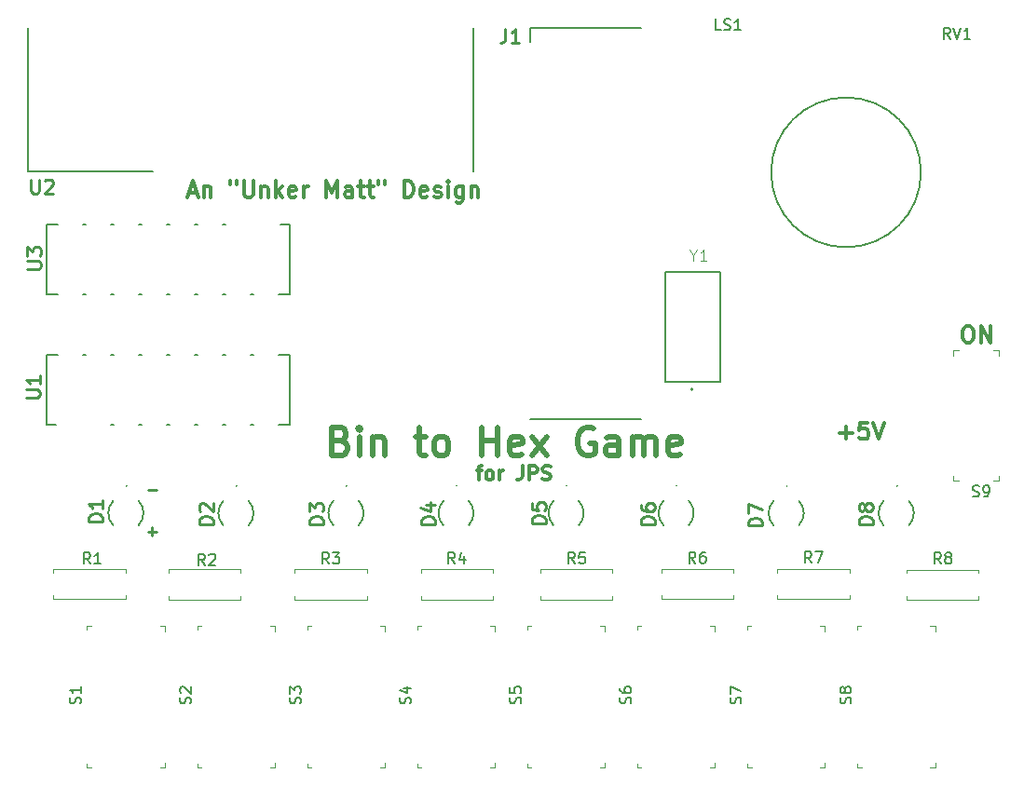
<source format=gbr>
G04 #@! TF.GenerationSoftware,KiCad,Pcbnew,(5.0.2)-1*
G04 #@! TF.CreationDate,2019-11-03T18:05:40-05:00*
G04 #@! TF.ProjectId,bin2hex,62696e32-6865-4782-9e6b-696361645f70,v01*
G04 #@! TF.SameCoordinates,Original*
G04 #@! TF.FileFunction,Legend,Top*
G04 #@! TF.FilePolarity,Positive*
%FSLAX46Y46*%
G04 Gerber Fmt 4.6, Leading zero omitted, Abs format (unit mm)*
G04 Created by KiCad (PCBNEW (5.0.2)-1) date 11/3/2019 6:05:40 PM*
%MOMM*%
%LPD*%
G01*
G04 APERTURE LIST*
%ADD10C,0.300000*%
%ADD11C,0.317500*%
%ADD12C,0.508000*%
%ADD13C,0.250000*%
%ADD14C,0.200000*%
%ADD15C,0.100000*%
%ADD16C,0.120000*%
%ADD17C,0.152400*%
%ADD18C,0.127000*%
%ADD19C,0.150000*%
%ADD20C,0.254000*%
%ADD21C,0.050000*%
G04 APERTURE END LIST*
D10*
X115726428Y-87372000D02*
X116440714Y-87372000D01*
X115583571Y-87800571D02*
X116083571Y-86300571D01*
X116583571Y-87800571D01*
X117083571Y-86800571D02*
X117083571Y-87800571D01*
X117083571Y-86943428D02*
X117155000Y-86872000D01*
X117297857Y-86800571D01*
X117512142Y-86800571D01*
X117655000Y-86872000D01*
X117726428Y-87014857D01*
X117726428Y-87800571D01*
X119512142Y-86300571D02*
X119512142Y-86586285D01*
X120083571Y-86300571D02*
X120083571Y-86586285D01*
X120726428Y-86300571D02*
X120726428Y-87514857D01*
X120797857Y-87657714D01*
X120869285Y-87729142D01*
X121012142Y-87800571D01*
X121297857Y-87800571D01*
X121440714Y-87729142D01*
X121512142Y-87657714D01*
X121583571Y-87514857D01*
X121583571Y-86300571D01*
X122297857Y-86800571D02*
X122297857Y-87800571D01*
X122297857Y-86943428D02*
X122369285Y-86872000D01*
X122512142Y-86800571D01*
X122726428Y-86800571D01*
X122869285Y-86872000D01*
X122940714Y-87014857D01*
X122940714Y-87800571D01*
X123655000Y-87800571D02*
X123655000Y-86300571D01*
X123797857Y-87229142D02*
X124226428Y-87800571D01*
X124226428Y-86800571D02*
X123655000Y-87372000D01*
X125440714Y-87729142D02*
X125297857Y-87800571D01*
X125012142Y-87800571D01*
X124869285Y-87729142D01*
X124797857Y-87586285D01*
X124797857Y-87014857D01*
X124869285Y-86872000D01*
X125012142Y-86800571D01*
X125297857Y-86800571D01*
X125440714Y-86872000D01*
X125512142Y-87014857D01*
X125512142Y-87157714D01*
X124797857Y-87300571D01*
X126155000Y-87800571D02*
X126155000Y-86800571D01*
X126155000Y-87086285D02*
X126226428Y-86943428D01*
X126297857Y-86872000D01*
X126440714Y-86800571D01*
X126583571Y-86800571D01*
X128226428Y-87800571D02*
X128226428Y-86300571D01*
X128726428Y-87372000D01*
X129226428Y-86300571D01*
X129226428Y-87800571D01*
X130583571Y-87800571D02*
X130583571Y-87014857D01*
X130512142Y-86872000D01*
X130369285Y-86800571D01*
X130083571Y-86800571D01*
X129940714Y-86872000D01*
X130583571Y-87729142D02*
X130440714Y-87800571D01*
X130083571Y-87800571D01*
X129940714Y-87729142D01*
X129869285Y-87586285D01*
X129869285Y-87443428D01*
X129940714Y-87300571D01*
X130083571Y-87229142D01*
X130440714Y-87229142D01*
X130583571Y-87157714D01*
X131083571Y-86800571D02*
X131655000Y-86800571D01*
X131297857Y-86300571D02*
X131297857Y-87586285D01*
X131369285Y-87729142D01*
X131512142Y-87800571D01*
X131655000Y-87800571D01*
X131940714Y-86800571D02*
X132512142Y-86800571D01*
X132155000Y-86300571D02*
X132155000Y-87586285D01*
X132226428Y-87729142D01*
X132369285Y-87800571D01*
X132512142Y-87800571D01*
X132940714Y-86300571D02*
X132940714Y-86586285D01*
X133512142Y-86300571D02*
X133512142Y-86586285D01*
X135297857Y-87800571D02*
X135297857Y-86300571D01*
X135655000Y-86300571D01*
X135869285Y-86372000D01*
X136012142Y-86514857D01*
X136083571Y-86657714D01*
X136155000Y-86943428D01*
X136155000Y-87157714D01*
X136083571Y-87443428D01*
X136012142Y-87586285D01*
X135869285Y-87729142D01*
X135655000Y-87800571D01*
X135297857Y-87800571D01*
X137369285Y-87729142D02*
X137226428Y-87800571D01*
X136940714Y-87800571D01*
X136797857Y-87729142D01*
X136726428Y-87586285D01*
X136726428Y-87014857D01*
X136797857Y-86872000D01*
X136940714Y-86800571D01*
X137226428Y-86800571D01*
X137369285Y-86872000D01*
X137440714Y-87014857D01*
X137440714Y-87157714D01*
X136726428Y-87300571D01*
X138012142Y-87729142D02*
X138155000Y-87800571D01*
X138440714Y-87800571D01*
X138583571Y-87729142D01*
X138655000Y-87586285D01*
X138655000Y-87514857D01*
X138583571Y-87372000D01*
X138440714Y-87300571D01*
X138226428Y-87300571D01*
X138083571Y-87229142D01*
X138012142Y-87086285D01*
X138012142Y-87014857D01*
X138083571Y-86872000D01*
X138226428Y-86800571D01*
X138440714Y-86800571D01*
X138583571Y-86872000D01*
X139297857Y-87800571D02*
X139297857Y-86800571D01*
X139297857Y-86300571D02*
X139226428Y-86372000D01*
X139297857Y-86443428D01*
X139369285Y-86372000D01*
X139297857Y-86300571D01*
X139297857Y-86443428D01*
X140655000Y-86800571D02*
X140655000Y-88014857D01*
X140583571Y-88157714D01*
X140512142Y-88229142D01*
X140369285Y-88300571D01*
X140155000Y-88300571D01*
X140012142Y-88229142D01*
X140655000Y-87729142D02*
X140512142Y-87800571D01*
X140226428Y-87800571D01*
X140083571Y-87729142D01*
X140012142Y-87657714D01*
X139940714Y-87514857D01*
X139940714Y-87086285D01*
X140012142Y-86943428D01*
X140083571Y-86872000D01*
X140226428Y-86800571D01*
X140512142Y-86800571D01*
X140655000Y-86872000D01*
X141369285Y-86800571D02*
X141369285Y-87800571D01*
X141369285Y-86943428D02*
X141440714Y-86872000D01*
X141583571Y-86800571D01*
X141797857Y-86800571D01*
X141940714Y-86872000D01*
X142012142Y-87014857D01*
X142012142Y-87800571D01*
D11*
X141871095Y-112630857D02*
X142354904Y-112630857D01*
X142052523Y-113477523D02*
X142052523Y-112388952D01*
X142113000Y-112268000D01*
X142233952Y-112207523D01*
X142354904Y-112207523D01*
X142959666Y-113477523D02*
X142838714Y-113417047D01*
X142778238Y-113356571D01*
X142717761Y-113235619D01*
X142717761Y-112872761D01*
X142778238Y-112751809D01*
X142838714Y-112691333D01*
X142959666Y-112630857D01*
X143141095Y-112630857D01*
X143262047Y-112691333D01*
X143322523Y-112751809D01*
X143383000Y-112872761D01*
X143383000Y-113235619D01*
X143322523Y-113356571D01*
X143262047Y-113417047D01*
X143141095Y-113477523D01*
X142959666Y-113477523D01*
X143927285Y-113477523D02*
X143927285Y-112630857D01*
X143927285Y-112872761D02*
X143987761Y-112751809D01*
X144048238Y-112691333D01*
X144169190Y-112630857D01*
X144290142Y-112630857D01*
X146043952Y-112207523D02*
X146043952Y-113114666D01*
X145983476Y-113296095D01*
X145862523Y-113417047D01*
X145681095Y-113477523D01*
X145560142Y-113477523D01*
X146648714Y-113477523D02*
X146648714Y-112207523D01*
X147132523Y-112207523D01*
X147253476Y-112268000D01*
X147313952Y-112328476D01*
X147374428Y-112449428D01*
X147374428Y-112630857D01*
X147313952Y-112751809D01*
X147253476Y-112812285D01*
X147132523Y-112872761D01*
X146648714Y-112872761D01*
X147858238Y-113417047D02*
X148039666Y-113477523D01*
X148342047Y-113477523D01*
X148463000Y-113417047D01*
X148523476Y-113356571D01*
X148583952Y-113235619D01*
X148583952Y-113114666D01*
X148523476Y-112993714D01*
X148463000Y-112933238D01*
X148342047Y-112872761D01*
X148100142Y-112812285D01*
X147979190Y-112751809D01*
X147918714Y-112691333D01*
X147858238Y-112570380D01*
X147858238Y-112449428D01*
X147918714Y-112328476D01*
X147979190Y-112268000D01*
X148100142Y-112207523D01*
X148402523Y-112207523D01*
X148583952Y-112268000D01*
D12*
X129527904Y-109927571D02*
X129890761Y-110048523D01*
X130011714Y-110169476D01*
X130132666Y-110411380D01*
X130132666Y-110774238D01*
X130011714Y-111016142D01*
X129890761Y-111137095D01*
X129648857Y-111258047D01*
X128681238Y-111258047D01*
X128681238Y-108718047D01*
X129527904Y-108718047D01*
X129769809Y-108839000D01*
X129890761Y-108959952D01*
X130011714Y-109201857D01*
X130011714Y-109443761D01*
X129890761Y-109685666D01*
X129769809Y-109806619D01*
X129527904Y-109927571D01*
X128681238Y-109927571D01*
X131221238Y-111258047D02*
X131221238Y-109564714D01*
X131221238Y-108718047D02*
X131100285Y-108839000D01*
X131221238Y-108959952D01*
X131342190Y-108839000D01*
X131221238Y-108718047D01*
X131221238Y-108959952D01*
X132430761Y-109564714D02*
X132430761Y-111258047D01*
X132430761Y-109806619D02*
X132551714Y-109685666D01*
X132793619Y-109564714D01*
X133156476Y-109564714D01*
X133398380Y-109685666D01*
X133519333Y-109927571D01*
X133519333Y-111258047D01*
X136301238Y-109564714D02*
X137268857Y-109564714D01*
X136664095Y-108718047D02*
X136664095Y-110895190D01*
X136785047Y-111137095D01*
X137026952Y-111258047D01*
X137268857Y-111258047D01*
X138478380Y-111258047D02*
X138236476Y-111137095D01*
X138115523Y-111016142D01*
X137994571Y-110774238D01*
X137994571Y-110048523D01*
X138115523Y-109806619D01*
X138236476Y-109685666D01*
X138478380Y-109564714D01*
X138841238Y-109564714D01*
X139083142Y-109685666D01*
X139204095Y-109806619D01*
X139325047Y-110048523D01*
X139325047Y-110774238D01*
X139204095Y-111016142D01*
X139083142Y-111137095D01*
X138841238Y-111258047D01*
X138478380Y-111258047D01*
X142348857Y-111258047D02*
X142348857Y-108718047D01*
X142348857Y-109927571D02*
X143800285Y-109927571D01*
X143800285Y-111258047D02*
X143800285Y-108718047D01*
X145977428Y-111137095D02*
X145735523Y-111258047D01*
X145251714Y-111258047D01*
X145009809Y-111137095D01*
X144888857Y-110895190D01*
X144888857Y-109927571D01*
X145009809Y-109685666D01*
X145251714Y-109564714D01*
X145735523Y-109564714D01*
X145977428Y-109685666D01*
X146098380Y-109927571D01*
X146098380Y-110169476D01*
X144888857Y-110411380D01*
X146945047Y-111258047D02*
X148275523Y-109564714D01*
X146945047Y-109564714D02*
X148275523Y-111258047D01*
X152508857Y-108839000D02*
X152266952Y-108718047D01*
X151904095Y-108718047D01*
X151541238Y-108839000D01*
X151299333Y-109080904D01*
X151178380Y-109322809D01*
X151057428Y-109806619D01*
X151057428Y-110169476D01*
X151178380Y-110653285D01*
X151299333Y-110895190D01*
X151541238Y-111137095D01*
X151904095Y-111258047D01*
X152146000Y-111258047D01*
X152508857Y-111137095D01*
X152629809Y-111016142D01*
X152629809Y-110169476D01*
X152146000Y-110169476D01*
X154806952Y-111258047D02*
X154806952Y-109927571D01*
X154686000Y-109685666D01*
X154444095Y-109564714D01*
X153960285Y-109564714D01*
X153718380Y-109685666D01*
X154806952Y-111137095D02*
X154565047Y-111258047D01*
X153960285Y-111258047D01*
X153718380Y-111137095D01*
X153597428Y-110895190D01*
X153597428Y-110653285D01*
X153718380Y-110411380D01*
X153960285Y-110290428D01*
X154565047Y-110290428D01*
X154806952Y-110169476D01*
X156016476Y-111258047D02*
X156016476Y-109564714D01*
X156016476Y-109806619D02*
X156137428Y-109685666D01*
X156379333Y-109564714D01*
X156742190Y-109564714D01*
X156984095Y-109685666D01*
X157105047Y-109927571D01*
X157105047Y-111258047D01*
X157105047Y-109927571D02*
X157226000Y-109685666D01*
X157467904Y-109564714D01*
X157830761Y-109564714D01*
X158072666Y-109685666D01*
X158193619Y-109927571D01*
X158193619Y-111258047D01*
X160370761Y-111137095D02*
X160128857Y-111258047D01*
X159645047Y-111258047D01*
X159403142Y-111137095D01*
X159282190Y-110895190D01*
X159282190Y-109927571D01*
X159403142Y-109685666D01*
X159645047Y-109564714D01*
X160128857Y-109564714D01*
X160370761Y-109685666D01*
X160491714Y-109927571D01*
X160491714Y-110169476D01*
X159282190Y-110411380D01*
D13*
X112014047Y-114371428D02*
X112775952Y-114371428D01*
X112014047Y-118181428D02*
X112775952Y-118181428D01*
X112395000Y-118562380D02*
X112395000Y-117800476D01*
D10*
X174855428Y-109200142D02*
X175998285Y-109200142D01*
X175426857Y-109771571D02*
X175426857Y-108628714D01*
X177426857Y-108271571D02*
X176712571Y-108271571D01*
X176641142Y-108985857D01*
X176712571Y-108914428D01*
X176855428Y-108843000D01*
X177212571Y-108843000D01*
X177355428Y-108914428D01*
X177426857Y-108985857D01*
X177498285Y-109128714D01*
X177498285Y-109485857D01*
X177426857Y-109628714D01*
X177355428Y-109700142D01*
X177212571Y-109771571D01*
X176855428Y-109771571D01*
X176712571Y-109700142D01*
X176641142Y-109628714D01*
X177926857Y-108271571D02*
X178426857Y-109771571D01*
X178926857Y-108271571D01*
X186396428Y-99508571D02*
X186682142Y-99508571D01*
X186825000Y-99580000D01*
X186967857Y-99722857D01*
X187039285Y-100008571D01*
X187039285Y-100508571D01*
X186967857Y-100794285D01*
X186825000Y-100937142D01*
X186682142Y-101008571D01*
X186396428Y-101008571D01*
X186253571Y-100937142D01*
X186110714Y-100794285D01*
X186039285Y-100508571D01*
X186039285Y-100008571D01*
X186110714Y-99722857D01*
X186253571Y-99580000D01*
X186396428Y-99508571D01*
X187682142Y-101008571D02*
X187682142Y-99508571D01*
X188539285Y-101008571D01*
X188539285Y-99508571D01*
D14*
X182247443Y-85526400D02*
G75*
G03X182247443Y-85526400I-6809643J0D01*
G01*
D15*
G04 #@! TO.C,S9*
X185148800Y-113583000D02*
X185148800Y-113083000D01*
X185148800Y-113583000D02*
X185648800Y-113583000D01*
X185148800Y-101683000D02*
X185148800Y-102183000D01*
X185148800Y-101683000D02*
X185648800Y-101683000D01*
X189348800Y-101683000D02*
X189348800Y-102183000D01*
X189348800Y-101683000D02*
X188848800Y-101683000D01*
X189348800Y-113583000D02*
X188848800Y-113583000D01*
X189348800Y-113583000D02*
X189348800Y-113083000D01*
D14*
G04 #@! TO.C,U2*
X141550800Y-85468200D02*
X141550800Y-72418200D01*
X101120800Y-72418200D02*
X101120800Y-85468200D01*
X101120800Y-85468200D02*
X112445800Y-85468200D01*
D15*
G04 #@! TO.C,S8*
X176475000Y-126748400D02*
X176825000Y-126748400D01*
X176475000Y-127123400D02*
X176475000Y-126748400D01*
X176475000Y-139648400D02*
X176475000Y-139248400D01*
X176475000Y-139648400D02*
X176850000Y-139648400D01*
X183525000Y-139648400D02*
X183100000Y-139648400D01*
X183525000Y-139648400D02*
X183525000Y-139198400D01*
X183525000Y-126773400D02*
X183525000Y-127223400D01*
X183525000Y-126748400D02*
X183100000Y-126748400D01*
G04 #@! TO.C,S2*
X116475000Y-126748400D02*
X116825000Y-126748400D01*
X116475000Y-127123400D02*
X116475000Y-126748400D01*
X116475000Y-139648400D02*
X116475000Y-139248400D01*
X116475000Y-139648400D02*
X116850000Y-139648400D01*
X123525000Y-139648400D02*
X123100000Y-139648400D01*
X123525000Y-139648400D02*
X123525000Y-139198400D01*
X123525000Y-126773400D02*
X123525000Y-127223400D01*
X123525000Y-126748400D02*
X123100000Y-126748400D01*
D14*
G04 #@! TO.C,D1*
X108850053Y-115387515D02*
G75*
G03X108850000Y-117612430I1149947J-1112485D01*
G01*
X111149947Y-117612485D02*
G75*
G03X111150000Y-115387570I-1149947J1112485D01*
G01*
X110063000Y-114015000D02*
G75*
G03X110063000Y-114015000I-26000J0D01*
G01*
G04 #@! TO.C,D2*
X120063000Y-114015000D02*
G75*
G03X120063000Y-114015000I-26000J0D01*
G01*
X121149947Y-117612485D02*
G75*
G03X121150000Y-115387570I-1149947J1112485D01*
G01*
X118850053Y-115387515D02*
G75*
G03X118850000Y-117612430I1149947J-1112485D01*
G01*
G04 #@! TO.C,D3*
X128850053Y-115387515D02*
G75*
G03X128850000Y-117612430I1149947J-1112485D01*
G01*
X131149947Y-117612485D02*
G75*
G03X131150000Y-115387570I-1149947J1112485D01*
G01*
X130063000Y-114015000D02*
G75*
G03X130063000Y-114015000I-26000J0D01*
G01*
G04 #@! TO.C,D4*
X140063000Y-114015000D02*
G75*
G03X140063000Y-114015000I-26000J0D01*
G01*
X141149947Y-117612485D02*
G75*
G03X141150000Y-115387570I-1149947J1112485D01*
G01*
X138850053Y-115387515D02*
G75*
G03X138850000Y-117612430I1149947J-1112485D01*
G01*
G04 #@! TO.C,D5*
X148850053Y-115387515D02*
G75*
G03X148850000Y-117612430I1149947J-1112485D01*
G01*
X151149947Y-117612485D02*
G75*
G03X151150000Y-115387570I-1149947J1112485D01*
G01*
X150063000Y-114015000D02*
G75*
G03X150063000Y-114015000I-26000J0D01*
G01*
G04 #@! TO.C,D6*
X160063000Y-114015000D02*
G75*
G03X160063000Y-114015000I-26000J0D01*
G01*
X161149947Y-117612485D02*
G75*
G03X161150000Y-115387570I-1149947J1112485D01*
G01*
X158850053Y-115387515D02*
G75*
G03X158850000Y-117612430I1149947J-1112485D01*
G01*
G04 #@! TO.C,D7*
X168850053Y-115387515D02*
G75*
G03X168850000Y-117612430I1149947J-1112485D01*
G01*
X171149947Y-117612485D02*
G75*
G03X171150000Y-115387570I-1149947J1112485D01*
G01*
X170063000Y-114015000D02*
G75*
G03X170063000Y-114015000I-26000J0D01*
G01*
G04 #@! TO.C,D8*
X180063000Y-114015000D02*
G75*
G03X180063000Y-114015000I-26000J0D01*
G01*
X181149947Y-117612485D02*
G75*
G03X181150000Y-115387570I-1149947J1112485D01*
G01*
X178850053Y-115387515D02*
G75*
G03X178850000Y-117612430I1149947J-1112485D01*
G01*
D16*
G04 #@! TO.C,R1*
X103410000Y-121566000D02*
X103410000Y-121896000D01*
X109950000Y-121566000D02*
X103410000Y-121566000D01*
X109950000Y-121896000D02*
X109950000Y-121566000D01*
X103410000Y-124306000D02*
X103410000Y-123976000D01*
X109950000Y-124306000D02*
X103410000Y-124306000D01*
X109950000Y-123976000D02*
X109950000Y-124306000D01*
G04 #@! TO.C,R2*
X120414800Y-124026800D02*
X120414800Y-124356800D01*
X120414800Y-124356800D02*
X113874800Y-124356800D01*
X113874800Y-124356800D02*
X113874800Y-124026800D01*
X120414800Y-121946800D02*
X120414800Y-121616800D01*
X120414800Y-121616800D02*
X113874800Y-121616800D01*
X113874800Y-121616800D02*
X113874800Y-121946800D01*
G04 #@! TO.C,R3*
X131895600Y-124356800D02*
X131895600Y-124026800D01*
X125355600Y-124356800D02*
X131895600Y-124356800D01*
X125355600Y-124026800D02*
X125355600Y-124356800D01*
X131895600Y-121616800D02*
X131895600Y-121946800D01*
X125355600Y-121616800D02*
X131895600Y-121616800D01*
X125355600Y-121946800D02*
X125355600Y-121616800D01*
G04 #@! TO.C,R4*
X136790000Y-121960000D02*
X136790000Y-121630000D01*
X136790000Y-121630000D02*
X143330000Y-121630000D01*
X143330000Y-121630000D02*
X143330000Y-121960000D01*
X136790000Y-124040000D02*
X136790000Y-124370000D01*
X136790000Y-124370000D02*
X143330000Y-124370000D01*
X143330000Y-124370000D02*
X143330000Y-124040000D01*
G04 #@! TO.C,R5*
X154222200Y-124370000D02*
X154222200Y-124040000D01*
X147682200Y-124370000D02*
X154222200Y-124370000D01*
X147682200Y-124040000D02*
X147682200Y-124370000D01*
X154222200Y-121630000D02*
X154222200Y-121960000D01*
X147682200Y-121630000D02*
X154222200Y-121630000D01*
X147682200Y-121960000D02*
X147682200Y-121630000D01*
G04 #@! TO.C,R6*
X158655000Y-121921400D02*
X158655000Y-121591400D01*
X158655000Y-121591400D02*
X165195000Y-121591400D01*
X165195000Y-121591400D02*
X165195000Y-121921400D01*
X158655000Y-124001400D02*
X158655000Y-124331400D01*
X158655000Y-124331400D02*
X165195000Y-124331400D01*
X165195000Y-124331400D02*
X165195000Y-124001400D01*
G04 #@! TO.C,R7*
X169196000Y-121896000D02*
X169196000Y-121566000D01*
X169196000Y-121566000D02*
X175736000Y-121566000D01*
X175736000Y-121566000D02*
X175736000Y-121896000D01*
X169196000Y-123976000D02*
X169196000Y-124306000D01*
X169196000Y-124306000D02*
X175736000Y-124306000D01*
X175736000Y-124306000D02*
X175736000Y-123976000D01*
G04 #@! TO.C,R8*
X187496200Y-124382200D02*
X187496200Y-124052200D01*
X180956200Y-124382200D02*
X187496200Y-124382200D01*
X180956200Y-124052200D02*
X180956200Y-124382200D01*
X187496200Y-121642200D02*
X187496200Y-121972200D01*
X180956200Y-121642200D02*
X187496200Y-121642200D01*
X180956200Y-121972200D02*
X180956200Y-121642200D01*
D15*
G04 #@! TO.C,S1*
X113525000Y-126748400D02*
X113100000Y-126748400D01*
X113525000Y-126773400D02*
X113525000Y-127223400D01*
X113525000Y-139648400D02*
X113525000Y-139198400D01*
X113525000Y-139648400D02*
X113100000Y-139648400D01*
X106475000Y-139648400D02*
X106850000Y-139648400D01*
X106475000Y-139648400D02*
X106475000Y-139248400D01*
X106475000Y-127123400D02*
X106475000Y-126748400D01*
X106475000Y-126748400D02*
X106825000Y-126748400D01*
G04 #@! TO.C,S3*
X126475000Y-126748400D02*
X126825000Y-126748400D01*
X126475000Y-127123400D02*
X126475000Y-126748400D01*
X126475000Y-139648400D02*
X126475000Y-139248400D01*
X126475000Y-139648400D02*
X126850000Y-139648400D01*
X133525000Y-139648400D02*
X133100000Y-139648400D01*
X133525000Y-139648400D02*
X133525000Y-139198400D01*
X133525000Y-126773400D02*
X133525000Y-127223400D01*
X133525000Y-126748400D02*
X133100000Y-126748400D01*
G04 #@! TO.C,S4*
X143525000Y-126748400D02*
X143100000Y-126748400D01*
X143525000Y-126773400D02*
X143525000Y-127223400D01*
X143525000Y-139648400D02*
X143525000Y-139198400D01*
X143525000Y-139648400D02*
X143100000Y-139648400D01*
X136475000Y-139648400D02*
X136850000Y-139648400D01*
X136475000Y-139648400D02*
X136475000Y-139248400D01*
X136475000Y-127123400D02*
X136475000Y-126748400D01*
X136475000Y-126748400D02*
X136825000Y-126748400D01*
G04 #@! TO.C,S5*
X153525000Y-126748400D02*
X153100000Y-126748400D01*
X153525000Y-126773400D02*
X153525000Y-127223400D01*
X153525000Y-139648400D02*
X153525000Y-139198400D01*
X153525000Y-139648400D02*
X153100000Y-139648400D01*
X146475000Y-139648400D02*
X146850000Y-139648400D01*
X146475000Y-139648400D02*
X146475000Y-139248400D01*
X146475000Y-127123400D02*
X146475000Y-126748400D01*
X146475000Y-126748400D02*
X146825000Y-126748400D01*
G04 #@! TO.C,S6*
X156475000Y-126748400D02*
X156825000Y-126748400D01*
X156475000Y-127123400D02*
X156475000Y-126748400D01*
X156475000Y-139648400D02*
X156475000Y-139248400D01*
X156475000Y-139648400D02*
X156850000Y-139648400D01*
X163525000Y-139648400D02*
X163100000Y-139648400D01*
X163525000Y-139648400D02*
X163525000Y-139198400D01*
X163525000Y-126773400D02*
X163525000Y-127223400D01*
X163525000Y-126748400D02*
X163100000Y-126748400D01*
G04 #@! TO.C,S7*
X173525000Y-126748400D02*
X173100000Y-126748400D01*
X173525000Y-126773400D02*
X173525000Y-127223400D01*
X173525000Y-139648400D02*
X173525000Y-139198400D01*
X173525000Y-139648400D02*
X173100000Y-139648400D01*
X166475000Y-139648400D02*
X166850000Y-139648400D01*
X166475000Y-139648400D02*
X166475000Y-139248400D01*
X166475000Y-127123400D02*
X166475000Y-126748400D01*
X166475000Y-126748400D02*
X166825000Y-126748400D01*
D17*
G04 #@! TO.C,U1*
X103784400Y-102133400D02*
X102768400Y-102133400D01*
X106324400Y-102133400D02*
X106070400Y-102133400D01*
X108864400Y-102133400D02*
X108610400Y-102133400D01*
X111404400Y-102133400D02*
X111150400Y-102133400D01*
X113944400Y-102133400D02*
X113690400Y-102133400D01*
X124866400Y-108483400D02*
X124866400Y-102133400D01*
X124866400Y-102133400D02*
X123850400Y-102133400D01*
X102768400Y-102133400D02*
X102768400Y-105003600D01*
X102768400Y-105003600D02*
X102768400Y-105613200D01*
X102768400Y-105613200D02*
X102768400Y-108483400D01*
X102768400Y-108483400D02*
X103606600Y-108483400D01*
X108610400Y-108483400D02*
X108864400Y-108483400D01*
X111150400Y-108483400D02*
X111404400Y-108483400D01*
X113690400Y-108483400D02*
X113944400Y-108483400D01*
X116230400Y-108483400D02*
X116484400Y-108483400D01*
X118770400Y-108483400D02*
X119024400Y-108483400D01*
X121310400Y-108483400D02*
X121564400Y-108483400D01*
X123850400Y-108483400D02*
X124866400Y-108483400D01*
X121564400Y-102133400D02*
X121310400Y-102133400D01*
X119024400Y-102133400D02*
X118770400Y-102133400D01*
X116484400Y-102133400D02*
X116230400Y-102133400D01*
G04 #@! TO.C,U3*
X111150400Y-96647000D02*
X111404400Y-96647000D01*
X108610400Y-96647000D02*
X108864400Y-96647000D01*
X106070400Y-96647000D02*
X106324400Y-96647000D01*
X103784400Y-90297000D02*
X102768400Y-90297000D01*
X106324400Y-90297000D02*
X106070400Y-90297000D01*
X108864400Y-90297000D02*
X108610400Y-90297000D01*
X111404400Y-90297000D02*
X111150400Y-90297000D01*
X113944400Y-90297000D02*
X113690400Y-90297000D01*
X116484400Y-90297000D02*
X116230400Y-90297000D01*
X119024400Y-90297000D02*
X118770400Y-90297000D01*
X124866400Y-90297000D02*
X124028200Y-90297000D01*
X124866400Y-93167200D02*
X124866400Y-90297000D01*
X124866400Y-93776800D02*
X124866400Y-93167200D01*
X124866400Y-96647000D02*
X124866400Y-93776800D01*
X102768400Y-96647000D02*
X103784400Y-96647000D01*
X102768400Y-90297000D02*
X102768400Y-96647000D01*
X113690400Y-96647000D02*
X113944400Y-96647000D01*
X116230400Y-96647000D02*
X116484400Y-96647000D01*
X118770400Y-96647000D02*
X119024400Y-96647000D01*
X121310400Y-96647000D02*
X121564400Y-96647000D01*
X123850400Y-96647000D02*
X124866400Y-96647000D01*
D18*
G04 #@! TO.C,Y1*
X159018600Y-104568000D02*
X159018600Y-94568000D01*
X159018600Y-94568000D02*
X164018600Y-94568000D01*
X164018600Y-94568000D02*
X164018600Y-104568000D01*
X164018600Y-104568000D02*
X159018600Y-104568000D01*
D14*
X161518600Y-105249000D02*
G75*
G03X161518600Y-105249000I-100000J0D01*
G01*
G04 #@! TO.C,J1*
X146715000Y-107920000D02*
X156815000Y-107920000D01*
X156815000Y-72420000D02*
X146715000Y-72420000D01*
X146715000Y-72420000D02*
X146715000Y-73660000D01*
G04 #@! TO.C,S9*
D19*
X186944095Y-114958761D02*
X187086952Y-115006380D01*
X187325047Y-115006380D01*
X187420285Y-114958761D01*
X187467904Y-114911142D01*
X187515523Y-114815904D01*
X187515523Y-114720666D01*
X187467904Y-114625428D01*
X187420285Y-114577809D01*
X187325047Y-114530190D01*
X187134571Y-114482571D01*
X187039333Y-114434952D01*
X186991714Y-114387333D01*
X186944095Y-114292095D01*
X186944095Y-114196857D01*
X186991714Y-114101619D01*
X187039333Y-114054000D01*
X187134571Y-114006380D01*
X187372666Y-114006380D01*
X187515523Y-114054000D01*
X187991714Y-115006380D02*
X188182190Y-115006380D01*
X188277428Y-114958761D01*
X188325047Y-114911142D01*
X188420285Y-114768285D01*
X188467904Y-114577809D01*
X188467904Y-114196857D01*
X188420285Y-114101619D01*
X188372666Y-114054000D01*
X188277428Y-114006380D01*
X188086952Y-114006380D01*
X187991714Y-114054000D01*
X187944095Y-114101619D01*
X187896476Y-114196857D01*
X187896476Y-114434952D01*
X187944095Y-114530190D01*
X187991714Y-114577809D01*
X188086952Y-114625428D01*
X188277428Y-114625428D01*
X188372666Y-114577809D01*
X188420285Y-114530190D01*
X188467904Y-114434952D01*
G04 #@! TO.C,U2*
D20*
X101394380Y-86172523D02*
X101394380Y-87200619D01*
X101454857Y-87321571D01*
X101515333Y-87382047D01*
X101636285Y-87442523D01*
X101878190Y-87442523D01*
X101999142Y-87382047D01*
X102059619Y-87321571D01*
X102120095Y-87200619D01*
X102120095Y-86172523D01*
X102664380Y-86293476D02*
X102724857Y-86233000D01*
X102845809Y-86172523D01*
X103148190Y-86172523D01*
X103269142Y-86233000D01*
X103329619Y-86293476D01*
X103390095Y-86414428D01*
X103390095Y-86535380D01*
X103329619Y-86716809D01*
X102603904Y-87442523D01*
X103390095Y-87442523D01*
G04 #@! TO.C,S8*
D19*
X175854761Y-133820304D02*
X175902380Y-133677447D01*
X175902380Y-133439352D01*
X175854761Y-133344114D01*
X175807142Y-133296495D01*
X175711904Y-133248876D01*
X175616666Y-133248876D01*
X175521428Y-133296495D01*
X175473809Y-133344114D01*
X175426190Y-133439352D01*
X175378571Y-133629828D01*
X175330952Y-133725066D01*
X175283333Y-133772685D01*
X175188095Y-133820304D01*
X175092857Y-133820304D01*
X174997619Y-133772685D01*
X174950000Y-133725066D01*
X174902380Y-133629828D01*
X174902380Y-133391733D01*
X174950000Y-133248876D01*
X175330952Y-132677447D02*
X175283333Y-132772685D01*
X175235714Y-132820304D01*
X175140476Y-132867923D01*
X175092857Y-132867923D01*
X174997619Y-132820304D01*
X174950000Y-132772685D01*
X174902380Y-132677447D01*
X174902380Y-132486971D01*
X174950000Y-132391733D01*
X174997619Y-132344114D01*
X175092857Y-132296495D01*
X175140476Y-132296495D01*
X175235714Y-132344114D01*
X175283333Y-132391733D01*
X175330952Y-132486971D01*
X175330952Y-132677447D01*
X175378571Y-132772685D01*
X175426190Y-132820304D01*
X175521428Y-132867923D01*
X175711904Y-132867923D01*
X175807142Y-132820304D01*
X175854761Y-132772685D01*
X175902380Y-132677447D01*
X175902380Y-132486971D01*
X175854761Y-132391733D01*
X175807142Y-132344114D01*
X175711904Y-132296495D01*
X175521428Y-132296495D01*
X175426190Y-132344114D01*
X175378571Y-132391733D01*
X175330952Y-132486971D01*
G04 #@! TO.C,S2*
X115854761Y-133820304D02*
X115902380Y-133677447D01*
X115902380Y-133439352D01*
X115854761Y-133344114D01*
X115807142Y-133296495D01*
X115711904Y-133248876D01*
X115616666Y-133248876D01*
X115521428Y-133296495D01*
X115473809Y-133344114D01*
X115426190Y-133439352D01*
X115378571Y-133629828D01*
X115330952Y-133725066D01*
X115283333Y-133772685D01*
X115188095Y-133820304D01*
X115092857Y-133820304D01*
X114997619Y-133772685D01*
X114950000Y-133725066D01*
X114902380Y-133629828D01*
X114902380Y-133391733D01*
X114950000Y-133248876D01*
X114997619Y-132867923D02*
X114950000Y-132820304D01*
X114902380Y-132725066D01*
X114902380Y-132486971D01*
X114950000Y-132391733D01*
X114997619Y-132344114D01*
X115092857Y-132296495D01*
X115188095Y-132296495D01*
X115330952Y-132344114D01*
X115902380Y-132915542D01*
X115902380Y-132296495D01*
G04 #@! TO.C,D1*
D20*
X107889523Y-117269380D02*
X106619523Y-117269380D01*
X106619523Y-116967000D01*
X106680000Y-116785571D01*
X106800952Y-116664619D01*
X106921904Y-116604142D01*
X107163809Y-116543666D01*
X107345238Y-116543666D01*
X107587142Y-116604142D01*
X107708095Y-116664619D01*
X107829047Y-116785571D01*
X107889523Y-116967000D01*
X107889523Y-117269380D01*
X107889523Y-115334142D02*
X107889523Y-116059857D01*
X107889523Y-115697000D02*
X106619523Y-115697000D01*
X106800952Y-115817952D01*
X106921904Y-115938904D01*
X106982380Y-116059857D01*
G04 #@! TO.C,D2*
X117922523Y-117523380D02*
X116652523Y-117523380D01*
X116652523Y-117221000D01*
X116713000Y-117039571D01*
X116833952Y-116918619D01*
X116954904Y-116858142D01*
X117196809Y-116797666D01*
X117378238Y-116797666D01*
X117620142Y-116858142D01*
X117741095Y-116918619D01*
X117862047Y-117039571D01*
X117922523Y-117221000D01*
X117922523Y-117523380D01*
X116773476Y-116313857D02*
X116713000Y-116253380D01*
X116652523Y-116132428D01*
X116652523Y-115830047D01*
X116713000Y-115709095D01*
X116773476Y-115648619D01*
X116894428Y-115588142D01*
X117015380Y-115588142D01*
X117196809Y-115648619D01*
X117922523Y-116374333D01*
X117922523Y-115588142D01*
G04 #@! TO.C,D3*
X127955523Y-117523380D02*
X126685523Y-117523380D01*
X126685523Y-117221000D01*
X126746000Y-117039571D01*
X126866952Y-116918619D01*
X126987904Y-116858142D01*
X127229809Y-116797666D01*
X127411238Y-116797666D01*
X127653142Y-116858142D01*
X127774095Y-116918619D01*
X127895047Y-117039571D01*
X127955523Y-117221000D01*
X127955523Y-117523380D01*
X126685523Y-116374333D02*
X126685523Y-115588142D01*
X127169333Y-116011476D01*
X127169333Y-115830047D01*
X127229809Y-115709095D01*
X127290285Y-115648619D01*
X127411238Y-115588142D01*
X127713619Y-115588142D01*
X127834571Y-115648619D01*
X127895047Y-115709095D01*
X127955523Y-115830047D01*
X127955523Y-116192904D01*
X127895047Y-116313857D01*
X127834571Y-116374333D01*
G04 #@! TO.C,D4*
X138115523Y-117523380D02*
X136845523Y-117523380D01*
X136845523Y-117221000D01*
X136906000Y-117039571D01*
X137026952Y-116918619D01*
X137147904Y-116858142D01*
X137389809Y-116797666D01*
X137571238Y-116797666D01*
X137813142Y-116858142D01*
X137934095Y-116918619D01*
X138055047Y-117039571D01*
X138115523Y-117221000D01*
X138115523Y-117523380D01*
X137268857Y-115709095D02*
X138115523Y-115709095D01*
X136785047Y-116011476D02*
X137692190Y-116313857D01*
X137692190Y-115527666D01*
G04 #@! TO.C,D5*
X148148523Y-117437380D02*
X146878523Y-117437380D01*
X146878523Y-117135000D01*
X146939000Y-116953571D01*
X147059952Y-116832619D01*
X147180904Y-116772142D01*
X147422809Y-116711666D01*
X147604238Y-116711666D01*
X147846142Y-116772142D01*
X147967095Y-116832619D01*
X148088047Y-116953571D01*
X148148523Y-117135000D01*
X148148523Y-117437380D01*
X146878523Y-115562619D02*
X146878523Y-116167380D01*
X147483285Y-116227857D01*
X147422809Y-116167380D01*
X147362333Y-116046428D01*
X147362333Y-115744047D01*
X147422809Y-115623095D01*
X147483285Y-115562619D01*
X147604238Y-115502142D01*
X147906619Y-115502142D01*
X148027571Y-115562619D01*
X148088047Y-115623095D01*
X148148523Y-115744047D01*
X148148523Y-116046428D01*
X148088047Y-116167380D01*
X148027571Y-116227857D01*
G04 #@! TO.C,D6*
X158054523Y-117523380D02*
X156784523Y-117523380D01*
X156784523Y-117221000D01*
X156845000Y-117039571D01*
X156965952Y-116918619D01*
X157086904Y-116858142D01*
X157328809Y-116797666D01*
X157510238Y-116797666D01*
X157752142Y-116858142D01*
X157873095Y-116918619D01*
X157994047Y-117039571D01*
X158054523Y-117221000D01*
X158054523Y-117523380D01*
X156784523Y-115709095D02*
X156784523Y-115951000D01*
X156845000Y-116071952D01*
X156905476Y-116132428D01*
X157086904Y-116253380D01*
X157328809Y-116313857D01*
X157812619Y-116313857D01*
X157933571Y-116253380D01*
X157994047Y-116192904D01*
X158054523Y-116071952D01*
X158054523Y-115830047D01*
X157994047Y-115709095D01*
X157933571Y-115648619D01*
X157812619Y-115588142D01*
X157510238Y-115588142D01*
X157389285Y-115648619D01*
X157328809Y-115709095D01*
X157268333Y-115830047D01*
X157268333Y-116071952D01*
X157328809Y-116192904D01*
X157389285Y-116253380D01*
X157510238Y-116313857D01*
G04 #@! TO.C,D7*
X167833523Y-117650380D02*
X166563523Y-117650380D01*
X166563523Y-117348000D01*
X166624000Y-117166571D01*
X166744952Y-117045619D01*
X166865904Y-116985142D01*
X167107809Y-116924666D01*
X167289238Y-116924666D01*
X167531142Y-116985142D01*
X167652095Y-117045619D01*
X167773047Y-117166571D01*
X167833523Y-117348000D01*
X167833523Y-117650380D01*
X166563523Y-116501333D02*
X166563523Y-115654666D01*
X167833523Y-116198952D01*
G04 #@! TO.C,D8*
X177866523Y-117523380D02*
X176596523Y-117523380D01*
X176596523Y-117221000D01*
X176657000Y-117039571D01*
X176777952Y-116918619D01*
X176898904Y-116858142D01*
X177140809Y-116797666D01*
X177322238Y-116797666D01*
X177564142Y-116858142D01*
X177685095Y-116918619D01*
X177806047Y-117039571D01*
X177866523Y-117221000D01*
X177866523Y-117523380D01*
X177140809Y-116071952D02*
X177080333Y-116192904D01*
X177019857Y-116253380D01*
X176898904Y-116313857D01*
X176838428Y-116313857D01*
X176717476Y-116253380D01*
X176657000Y-116192904D01*
X176596523Y-116071952D01*
X176596523Y-115830047D01*
X176657000Y-115709095D01*
X176717476Y-115648619D01*
X176838428Y-115588142D01*
X176898904Y-115588142D01*
X177019857Y-115648619D01*
X177080333Y-115709095D01*
X177140809Y-115830047D01*
X177140809Y-116071952D01*
X177201285Y-116192904D01*
X177261761Y-116253380D01*
X177382714Y-116313857D01*
X177624619Y-116313857D01*
X177745571Y-116253380D01*
X177806047Y-116192904D01*
X177866523Y-116071952D01*
X177866523Y-115830047D01*
X177806047Y-115709095D01*
X177745571Y-115648619D01*
X177624619Y-115588142D01*
X177382714Y-115588142D01*
X177261761Y-115648619D01*
X177201285Y-115709095D01*
X177140809Y-115830047D01*
G04 #@! TO.C,R1*
D19*
X106767333Y-121102380D02*
X106434000Y-120626190D01*
X106195904Y-121102380D02*
X106195904Y-120102380D01*
X106576857Y-120102380D01*
X106672095Y-120150000D01*
X106719714Y-120197619D01*
X106767333Y-120292857D01*
X106767333Y-120435714D01*
X106719714Y-120530952D01*
X106672095Y-120578571D01*
X106576857Y-120626190D01*
X106195904Y-120626190D01*
X107719714Y-121102380D02*
X107148285Y-121102380D01*
X107434000Y-121102380D02*
X107434000Y-120102380D01*
X107338761Y-120245238D01*
X107243523Y-120340476D01*
X107148285Y-120388095D01*
G04 #@! TO.C,R2*
X117181333Y-121229380D02*
X116848000Y-120753190D01*
X116609904Y-121229380D02*
X116609904Y-120229380D01*
X116990857Y-120229380D01*
X117086095Y-120277000D01*
X117133714Y-120324619D01*
X117181333Y-120419857D01*
X117181333Y-120562714D01*
X117133714Y-120657952D01*
X117086095Y-120705571D01*
X116990857Y-120753190D01*
X116609904Y-120753190D01*
X117562285Y-120324619D02*
X117609904Y-120277000D01*
X117705142Y-120229380D01*
X117943238Y-120229380D01*
X118038476Y-120277000D01*
X118086095Y-120324619D01*
X118133714Y-120419857D01*
X118133714Y-120515095D01*
X118086095Y-120657952D01*
X117514666Y-121229380D01*
X118133714Y-121229380D01*
G04 #@! TO.C,R3*
X128458933Y-121102380D02*
X128125600Y-120626190D01*
X127887504Y-121102380D02*
X127887504Y-120102380D01*
X128268457Y-120102380D01*
X128363695Y-120150000D01*
X128411314Y-120197619D01*
X128458933Y-120292857D01*
X128458933Y-120435714D01*
X128411314Y-120530952D01*
X128363695Y-120578571D01*
X128268457Y-120626190D01*
X127887504Y-120626190D01*
X128792266Y-120102380D02*
X129411314Y-120102380D01*
X129077980Y-120483333D01*
X129220838Y-120483333D01*
X129316076Y-120530952D01*
X129363695Y-120578571D01*
X129411314Y-120673809D01*
X129411314Y-120911904D01*
X129363695Y-121007142D01*
X129316076Y-121054761D01*
X129220838Y-121102380D01*
X128935123Y-121102380D01*
X128839885Y-121054761D01*
X128792266Y-121007142D01*
G04 #@! TO.C,R4*
X139893333Y-121082380D02*
X139560000Y-120606190D01*
X139321904Y-121082380D02*
X139321904Y-120082380D01*
X139702857Y-120082380D01*
X139798095Y-120130000D01*
X139845714Y-120177619D01*
X139893333Y-120272857D01*
X139893333Y-120415714D01*
X139845714Y-120510952D01*
X139798095Y-120558571D01*
X139702857Y-120606190D01*
X139321904Y-120606190D01*
X140750476Y-120415714D02*
X140750476Y-121082380D01*
X140512380Y-120034761D02*
X140274285Y-120749047D01*
X140893333Y-120749047D01*
G04 #@! TO.C,R5*
X150785533Y-121082380D02*
X150452200Y-120606190D01*
X150214104Y-121082380D02*
X150214104Y-120082380D01*
X150595057Y-120082380D01*
X150690295Y-120130000D01*
X150737914Y-120177619D01*
X150785533Y-120272857D01*
X150785533Y-120415714D01*
X150737914Y-120510952D01*
X150690295Y-120558571D01*
X150595057Y-120606190D01*
X150214104Y-120606190D01*
X151690295Y-120082380D02*
X151214104Y-120082380D01*
X151166485Y-120558571D01*
X151214104Y-120510952D01*
X151309342Y-120463333D01*
X151547438Y-120463333D01*
X151642676Y-120510952D01*
X151690295Y-120558571D01*
X151737914Y-120653809D01*
X151737914Y-120891904D01*
X151690295Y-120987142D01*
X151642676Y-121034761D01*
X151547438Y-121082380D01*
X151309342Y-121082380D01*
X151214104Y-121034761D01*
X151166485Y-120987142D01*
G04 #@! TO.C,R6*
X161758333Y-121043780D02*
X161425000Y-120567590D01*
X161186904Y-121043780D02*
X161186904Y-120043780D01*
X161567857Y-120043780D01*
X161663095Y-120091400D01*
X161710714Y-120139019D01*
X161758333Y-120234257D01*
X161758333Y-120377114D01*
X161710714Y-120472352D01*
X161663095Y-120519971D01*
X161567857Y-120567590D01*
X161186904Y-120567590D01*
X162615476Y-120043780D02*
X162425000Y-120043780D01*
X162329761Y-120091400D01*
X162282142Y-120139019D01*
X162186904Y-120281876D01*
X162139285Y-120472352D01*
X162139285Y-120853304D01*
X162186904Y-120948542D01*
X162234523Y-120996161D01*
X162329761Y-121043780D01*
X162520238Y-121043780D01*
X162615476Y-120996161D01*
X162663095Y-120948542D01*
X162710714Y-120853304D01*
X162710714Y-120615209D01*
X162663095Y-120519971D01*
X162615476Y-120472352D01*
X162520238Y-120424733D01*
X162329761Y-120424733D01*
X162234523Y-120472352D01*
X162186904Y-120519971D01*
X162139285Y-120615209D01*
G04 #@! TO.C,R7*
X172299333Y-121018380D02*
X171966000Y-120542190D01*
X171727904Y-121018380D02*
X171727904Y-120018380D01*
X172108857Y-120018380D01*
X172204095Y-120066000D01*
X172251714Y-120113619D01*
X172299333Y-120208857D01*
X172299333Y-120351714D01*
X172251714Y-120446952D01*
X172204095Y-120494571D01*
X172108857Y-120542190D01*
X171727904Y-120542190D01*
X172632666Y-120018380D02*
X173299333Y-120018380D01*
X172870761Y-121018380D01*
G04 #@! TO.C,R8*
X184059533Y-121094580D02*
X183726200Y-120618390D01*
X183488104Y-121094580D02*
X183488104Y-120094580D01*
X183869057Y-120094580D01*
X183964295Y-120142200D01*
X184011914Y-120189819D01*
X184059533Y-120285057D01*
X184059533Y-120427914D01*
X184011914Y-120523152D01*
X183964295Y-120570771D01*
X183869057Y-120618390D01*
X183488104Y-120618390D01*
X184630961Y-120523152D02*
X184535723Y-120475533D01*
X184488104Y-120427914D01*
X184440485Y-120332676D01*
X184440485Y-120285057D01*
X184488104Y-120189819D01*
X184535723Y-120142200D01*
X184630961Y-120094580D01*
X184821438Y-120094580D01*
X184916676Y-120142200D01*
X184964295Y-120189819D01*
X185011914Y-120285057D01*
X185011914Y-120332676D01*
X184964295Y-120427914D01*
X184916676Y-120475533D01*
X184821438Y-120523152D01*
X184630961Y-120523152D01*
X184535723Y-120570771D01*
X184488104Y-120618390D01*
X184440485Y-120713628D01*
X184440485Y-120904104D01*
X184488104Y-120999342D01*
X184535723Y-121046961D01*
X184630961Y-121094580D01*
X184821438Y-121094580D01*
X184916676Y-121046961D01*
X184964295Y-120999342D01*
X185011914Y-120904104D01*
X185011914Y-120713628D01*
X184964295Y-120618390D01*
X184916676Y-120570771D01*
X184821438Y-120523152D01*
G04 #@! TO.C,RV1*
X184926361Y-73375780D02*
X184593028Y-72899590D01*
X184354933Y-73375780D02*
X184354933Y-72375780D01*
X184735885Y-72375780D01*
X184831123Y-72423400D01*
X184878742Y-72471019D01*
X184926361Y-72566257D01*
X184926361Y-72709114D01*
X184878742Y-72804352D01*
X184831123Y-72851971D01*
X184735885Y-72899590D01*
X184354933Y-72899590D01*
X185212076Y-72375780D02*
X185545409Y-73375780D01*
X185878742Y-72375780D01*
X186735885Y-73375780D02*
X186164457Y-73375780D01*
X186450171Y-73375780D02*
X186450171Y-72375780D01*
X186354933Y-72518638D01*
X186259695Y-72613876D01*
X186164457Y-72661495D01*
G04 #@! TO.C,S1*
X105854761Y-133820304D02*
X105902380Y-133677447D01*
X105902380Y-133439352D01*
X105854761Y-133344114D01*
X105807142Y-133296495D01*
X105711904Y-133248876D01*
X105616666Y-133248876D01*
X105521428Y-133296495D01*
X105473809Y-133344114D01*
X105426190Y-133439352D01*
X105378571Y-133629828D01*
X105330952Y-133725066D01*
X105283333Y-133772685D01*
X105188095Y-133820304D01*
X105092857Y-133820304D01*
X104997619Y-133772685D01*
X104950000Y-133725066D01*
X104902380Y-133629828D01*
X104902380Y-133391733D01*
X104950000Y-133248876D01*
X105902380Y-132296495D02*
X105902380Y-132867923D01*
X105902380Y-132582209D02*
X104902380Y-132582209D01*
X105045238Y-132677447D01*
X105140476Y-132772685D01*
X105188095Y-132867923D01*
G04 #@! TO.C,S3*
X125854761Y-133820304D02*
X125902380Y-133677447D01*
X125902380Y-133439352D01*
X125854761Y-133344114D01*
X125807142Y-133296495D01*
X125711904Y-133248876D01*
X125616666Y-133248876D01*
X125521428Y-133296495D01*
X125473809Y-133344114D01*
X125426190Y-133439352D01*
X125378571Y-133629828D01*
X125330952Y-133725066D01*
X125283333Y-133772685D01*
X125188095Y-133820304D01*
X125092857Y-133820304D01*
X124997619Y-133772685D01*
X124950000Y-133725066D01*
X124902380Y-133629828D01*
X124902380Y-133391733D01*
X124950000Y-133248876D01*
X124902380Y-132915542D02*
X124902380Y-132296495D01*
X125283333Y-132629828D01*
X125283333Y-132486971D01*
X125330952Y-132391733D01*
X125378571Y-132344114D01*
X125473809Y-132296495D01*
X125711904Y-132296495D01*
X125807142Y-132344114D01*
X125854761Y-132391733D01*
X125902380Y-132486971D01*
X125902380Y-132772685D01*
X125854761Y-132867923D01*
X125807142Y-132915542D01*
G04 #@! TO.C,S4*
X135854761Y-133820304D02*
X135902380Y-133677447D01*
X135902380Y-133439352D01*
X135854761Y-133344114D01*
X135807142Y-133296495D01*
X135711904Y-133248876D01*
X135616666Y-133248876D01*
X135521428Y-133296495D01*
X135473809Y-133344114D01*
X135426190Y-133439352D01*
X135378571Y-133629828D01*
X135330952Y-133725066D01*
X135283333Y-133772685D01*
X135188095Y-133820304D01*
X135092857Y-133820304D01*
X134997619Y-133772685D01*
X134950000Y-133725066D01*
X134902380Y-133629828D01*
X134902380Y-133391733D01*
X134950000Y-133248876D01*
X135235714Y-132391733D02*
X135902380Y-132391733D01*
X134854761Y-132629828D02*
X135569047Y-132867923D01*
X135569047Y-132248876D01*
G04 #@! TO.C,S5*
X145854761Y-133820304D02*
X145902380Y-133677447D01*
X145902380Y-133439352D01*
X145854761Y-133344114D01*
X145807142Y-133296495D01*
X145711904Y-133248876D01*
X145616666Y-133248876D01*
X145521428Y-133296495D01*
X145473809Y-133344114D01*
X145426190Y-133439352D01*
X145378571Y-133629828D01*
X145330952Y-133725066D01*
X145283333Y-133772685D01*
X145188095Y-133820304D01*
X145092857Y-133820304D01*
X144997619Y-133772685D01*
X144950000Y-133725066D01*
X144902380Y-133629828D01*
X144902380Y-133391733D01*
X144950000Y-133248876D01*
X144902380Y-132344114D02*
X144902380Y-132820304D01*
X145378571Y-132867923D01*
X145330952Y-132820304D01*
X145283333Y-132725066D01*
X145283333Y-132486971D01*
X145330952Y-132391733D01*
X145378571Y-132344114D01*
X145473809Y-132296495D01*
X145711904Y-132296495D01*
X145807142Y-132344114D01*
X145854761Y-132391733D01*
X145902380Y-132486971D01*
X145902380Y-132725066D01*
X145854761Y-132820304D01*
X145807142Y-132867923D01*
G04 #@! TO.C,S6*
X155854761Y-133820304D02*
X155902380Y-133677447D01*
X155902380Y-133439352D01*
X155854761Y-133344114D01*
X155807142Y-133296495D01*
X155711904Y-133248876D01*
X155616666Y-133248876D01*
X155521428Y-133296495D01*
X155473809Y-133344114D01*
X155426190Y-133439352D01*
X155378571Y-133629828D01*
X155330952Y-133725066D01*
X155283333Y-133772685D01*
X155188095Y-133820304D01*
X155092857Y-133820304D01*
X154997619Y-133772685D01*
X154950000Y-133725066D01*
X154902380Y-133629828D01*
X154902380Y-133391733D01*
X154950000Y-133248876D01*
X154902380Y-132391733D02*
X154902380Y-132582209D01*
X154950000Y-132677447D01*
X154997619Y-132725066D01*
X155140476Y-132820304D01*
X155330952Y-132867923D01*
X155711904Y-132867923D01*
X155807142Y-132820304D01*
X155854761Y-132772685D01*
X155902380Y-132677447D01*
X155902380Y-132486971D01*
X155854761Y-132391733D01*
X155807142Y-132344114D01*
X155711904Y-132296495D01*
X155473809Y-132296495D01*
X155378571Y-132344114D01*
X155330952Y-132391733D01*
X155283333Y-132486971D01*
X155283333Y-132677447D01*
X155330952Y-132772685D01*
X155378571Y-132820304D01*
X155473809Y-132867923D01*
G04 #@! TO.C,S7*
X165854761Y-133820304D02*
X165902380Y-133677447D01*
X165902380Y-133439352D01*
X165854761Y-133344114D01*
X165807142Y-133296495D01*
X165711904Y-133248876D01*
X165616666Y-133248876D01*
X165521428Y-133296495D01*
X165473809Y-133344114D01*
X165426190Y-133439352D01*
X165378571Y-133629828D01*
X165330952Y-133725066D01*
X165283333Y-133772685D01*
X165188095Y-133820304D01*
X165092857Y-133820304D01*
X164997619Y-133772685D01*
X164950000Y-133725066D01*
X164902380Y-133629828D01*
X164902380Y-133391733D01*
X164950000Y-133248876D01*
X164902380Y-132915542D02*
X164902380Y-132248876D01*
X165902380Y-132677447D01*
G04 #@! TO.C,U1*
D20*
X100904523Y-105996619D02*
X101932619Y-105996619D01*
X102053571Y-105936142D01*
X102114047Y-105875666D01*
X102174523Y-105754714D01*
X102174523Y-105512809D01*
X102114047Y-105391857D01*
X102053571Y-105331380D01*
X101932619Y-105270904D01*
X100904523Y-105270904D01*
X102174523Y-104000904D02*
X102174523Y-104726619D01*
X102174523Y-104363761D02*
X100904523Y-104363761D01*
X101085952Y-104484714D01*
X101206904Y-104605666D01*
X101267380Y-104726619D01*
G04 #@! TO.C,U3*
X101031523Y-94312619D02*
X102059619Y-94312619D01*
X102180571Y-94252142D01*
X102241047Y-94191666D01*
X102301523Y-94070714D01*
X102301523Y-93828809D01*
X102241047Y-93707857D01*
X102180571Y-93647380D01*
X102059619Y-93586904D01*
X101031523Y-93586904D01*
X101031523Y-93103095D02*
X101031523Y-92316904D01*
X101515333Y-92740238D01*
X101515333Y-92558809D01*
X101575809Y-92437857D01*
X101636285Y-92377380D01*
X101757238Y-92316904D01*
X102059619Y-92316904D01*
X102180571Y-92377380D01*
X102241047Y-92437857D01*
X102301523Y-92558809D01*
X102301523Y-92921666D01*
X102241047Y-93042619D01*
X102180571Y-93103095D01*
G04 #@! TO.C,Y1*
D21*
X161575095Y-93067154D02*
X161575095Y-93544059D01*
X161241261Y-92542559D02*
X161575095Y-93067154D01*
X161908928Y-92542559D01*
X162767357Y-93544059D02*
X162195071Y-93544059D01*
X162481214Y-93544059D02*
X162481214Y-92542559D01*
X162385833Y-92685630D01*
X162290452Y-92781011D01*
X162195071Y-92828702D01*
G04 #@! TO.C,J1*
D20*
X144483666Y-72456523D02*
X144483666Y-73363666D01*
X144423190Y-73545095D01*
X144302238Y-73666047D01*
X144120809Y-73726523D01*
X143999857Y-73726523D01*
X145753666Y-73726523D02*
X145027952Y-73726523D01*
X145390809Y-73726523D02*
X145390809Y-72456523D01*
X145269857Y-72637952D01*
X145148904Y-72758904D01*
X145027952Y-72819380D01*
G04 #@! TO.C,LS1*
D19*
X164076142Y-72588380D02*
X163599952Y-72588380D01*
X163599952Y-71588380D01*
X164361857Y-72540761D02*
X164504714Y-72588380D01*
X164742809Y-72588380D01*
X164838047Y-72540761D01*
X164885666Y-72493142D01*
X164933285Y-72397904D01*
X164933285Y-72302666D01*
X164885666Y-72207428D01*
X164838047Y-72159809D01*
X164742809Y-72112190D01*
X164552333Y-72064571D01*
X164457095Y-72016952D01*
X164409476Y-71969333D01*
X164361857Y-71874095D01*
X164361857Y-71778857D01*
X164409476Y-71683619D01*
X164457095Y-71636000D01*
X164552333Y-71588380D01*
X164790428Y-71588380D01*
X164933285Y-71636000D01*
X165885666Y-72588380D02*
X165314238Y-72588380D01*
X165599952Y-72588380D02*
X165599952Y-71588380D01*
X165504714Y-71731238D01*
X165409476Y-71826476D01*
X165314238Y-71874095D01*
G04 #@! TD*
M02*

</source>
